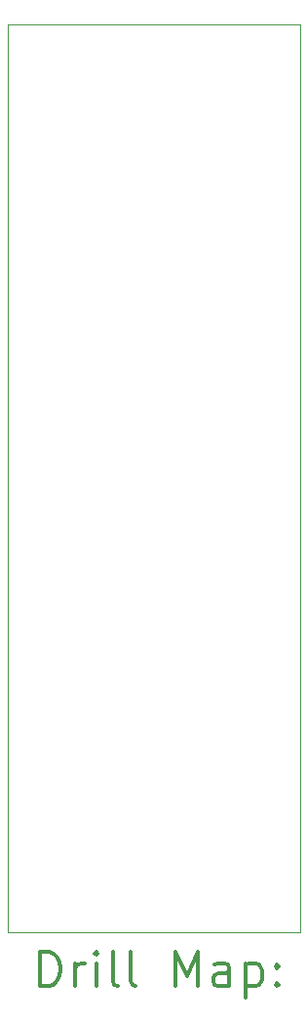
<source format=gbr>
%FSLAX45Y45*%
G04 Gerber Fmt 4.5, Leading zero omitted, Abs format (unit mm)*
G04 Created by KiCad (PCBNEW (5.1.6)-1) date 2020-07-15 15:36:23*
%MOMM*%
%LPD*%
G01*
G04 APERTURE LIST*
%TA.AperFunction,Profile*%
%ADD10C,0.050000*%
%TD*%
%ADD11C,0.200000*%
%ADD12C,0.300000*%
G04 APERTURE END LIST*
D10*
X11938000Y-13716000D02*
X11938000Y-13462000D01*
X9398000Y-13716000D02*
X11938000Y-13716000D01*
X9398000Y-13462000D02*
X9398000Y-13716000D01*
X11938000Y-5842000D02*
X11938000Y-13462000D01*
X11684000Y-5842000D02*
X11938000Y-5842000D01*
X9398000Y-5842000D02*
X11684000Y-5842000D01*
X9398000Y-13462000D02*
X9398000Y-5842000D01*
D11*
D12*
X9681928Y-14184214D02*
X9681928Y-13884214D01*
X9753357Y-13884214D01*
X9796214Y-13898500D01*
X9824786Y-13927071D01*
X9839071Y-13955643D01*
X9853357Y-14012786D01*
X9853357Y-14055643D01*
X9839071Y-14112786D01*
X9824786Y-14141357D01*
X9796214Y-14169929D01*
X9753357Y-14184214D01*
X9681928Y-14184214D01*
X9981928Y-14184214D02*
X9981928Y-13984214D01*
X9981928Y-14041357D02*
X9996214Y-14012786D01*
X10010500Y-13998500D01*
X10039071Y-13984214D01*
X10067643Y-13984214D01*
X10167643Y-14184214D02*
X10167643Y-13984214D01*
X10167643Y-13884214D02*
X10153357Y-13898500D01*
X10167643Y-13912786D01*
X10181928Y-13898500D01*
X10167643Y-13884214D01*
X10167643Y-13912786D01*
X10353357Y-14184214D02*
X10324786Y-14169929D01*
X10310500Y-14141357D01*
X10310500Y-13884214D01*
X10510500Y-14184214D02*
X10481928Y-14169929D01*
X10467643Y-14141357D01*
X10467643Y-13884214D01*
X10853357Y-14184214D02*
X10853357Y-13884214D01*
X10953357Y-14098500D01*
X11053357Y-13884214D01*
X11053357Y-14184214D01*
X11324786Y-14184214D02*
X11324786Y-14027071D01*
X11310500Y-13998500D01*
X11281928Y-13984214D01*
X11224786Y-13984214D01*
X11196214Y-13998500D01*
X11324786Y-14169929D02*
X11296214Y-14184214D01*
X11224786Y-14184214D01*
X11196214Y-14169929D01*
X11181928Y-14141357D01*
X11181928Y-14112786D01*
X11196214Y-14084214D01*
X11224786Y-14069929D01*
X11296214Y-14069929D01*
X11324786Y-14055643D01*
X11467643Y-13984214D02*
X11467643Y-14284214D01*
X11467643Y-13998500D02*
X11496214Y-13984214D01*
X11553357Y-13984214D01*
X11581928Y-13998500D01*
X11596214Y-14012786D01*
X11610500Y-14041357D01*
X11610500Y-14127071D01*
X11596214Y-14155643D01*
X11581928Y-14169929D01*
X11553357Y-14184214D01*
X11496214Y-14184214D01*
X11467643Y-14169929D01*
X11739071Y-14155643D02*
X11753357Y-14169929D01*
X11739071Y-14184214D01*
X11724786Y-14169929D01*
X11739071Y-14155643D01*
X11739071Y-14184214D01*
X11739071Y-13998500D02*
X11753357Y-14012786D01*
X11739071Y-14027071D01*
X11724786Y-14012786D01*
X11739071Y-13998500D01*
X11739071Y-14027071D01*
M02*

</source>
